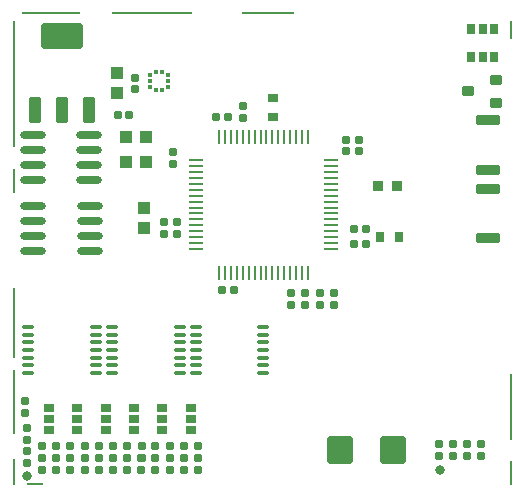
<source format=gtp>
G04*
G04 #@! TF.GenerationSoftware,Altium Limited,Altium Designer,23.4.1 (23)*
G04*
G04 Layer_Color=8421504*
%FSLAX25Y25*%
%MOIN*%
G70*
G04*
G04 #@! TF.SameCoordinates,86F2D4E2-0459-4DBF-9641-04F5417CCA88*
G04*
G04*
G04 #@! TF.FilePolarity,Positive*
G04*
G01*
G75*
G04:AMPARAMS|DCode=19|XSize=27.56mil|YSize=23.62mil|CornerRadius=2.36mil|HoleSize=0mil|Usage=FLASHONLY|Rotation=0.000|XOffset=0mil|YOffset=0mil|HoleType=Round|Shape=RoundedRectangle|*
%AMROUNDEDRECTD19*
21,1,0.02756,0.01890,0,0,0.0*
21,1,0.02284,0.02362,0,0,0.0*
1,1,0.00472,0.01142,-0.00945*
1,1,0.00472,-0.01142,-0.00945*
1,1,0.00472,-0.01142,0.00945*
1,1,0.00472,0.01142,0.00945*
%
%ADD19ROUNDEDRECTD19*%
%ADD20R,0.04331X0.03937*%
G04:AMPARAMS|DCode=21|XSize=27.56mil|YSize=36.22mil|CornerRadius=2.76mil|HoleSize=0mil|Usage=FLASHONLY|Rotation=0.000|XOffset=0mil|YOffset=0mil|HoleType=Round|Shape=RoundedRectangle|*
%AMROUNDEDRECTD21*
21,1,0.02756,0.03071,0,0,0.0*
21,1,0.02205,0.03622,0,0,0.0*
1,1,0.00551,0.01102,-0.01535*
1,1,0.00551,-0.01102,-0.01535*
1,1,0.00551,-0.01102,0.01535*
1,1,0.00551,0.01102,0.01535*
%
%ADD21ROUNDEDRECTD21*%
G04:AMPARAMS|DCode=22|XSize=27.56mil|YSize=23.62mil|CornerRadius=2.36mil|HoleSize=0mil|Usage=FLASHONLY|Rotation=90.000|XOffset=0mil|YOffset=0mil|HoleType=Round|Shape=RoundedRectangle|*
%AMROUNDEDRECTD22*
21,1,0.02756,0.01890,0,0,90.0*
21,1,0.02284,0.02362,0,0,90.0*
1,1,0.00472,0.00945,0.01142*
1,1,0.00472,0.00945,-0.01142*
1,1,0.00472,-0.00945,-0.01142*
1,1,0.00472,-0.00945,0.01142*
%
%ADD22ROUNDEDRECTD22*%
%ADD23O,0.04724X0.00984*%
%ADD24O,0.00984X0.04724*%
G04:AMPARAMS|DCode=25|XSize=33.47mil|YSize=33.47mil|CornerRadius=3.35mil|HoleSize=0mil|Usage=FLASHONLY|Rotation=0.000|XOffset=0mil|YOffset=0mil|HoleType=Round|Shape=RoundedRectangle|*
%AMROUNDEDRECTD25*
21,1,0.03347,0.02677,0,0,0.0*
21,1,0.02677,0.03347,0,0,0.0*
1,1,0.00669,0.01339,-0.01339*
1,1,0.00669,-0.01339,-0.01339*
1,1,0.00669,-0.01339,0.01339*
1,1,0.00669,0.01339,0.01339*
%
%ADD25ROUNDEDRECTD25*%
G04:AMPARAMS|DCode=26|XSize=27.56mil|YSize=36.22mil|CornerRadius=2.76mil|HoleSize=0mil|Usage=FLASHONLY|Rotation=90.000|XOffset=0mil|YOffset=0mil|HoleType=Round|Shape=RoundedRectangle|*
%AMROUNDEDRECTD26*
21,1,0.02756,0.03071,0,0,90.0*
21,1,0.02205,0.03622,0,0,90.0*
1,1,0.00551,0.01535,0.01102*
1,1,0.00551,0.01535,-0.01102*
1,1,0.00551,-0.01535,-0.01102*
1,1,0.00551,-0.01535,0.01102*
%
%ADD26ROUNDEDRECTD26*%
%ADD27O,0.08661X0.02362*%
%ADD28R,0.00787X0.21260*%
%ADD29R,0.00787X0.09055*%
%ADD30R,0.00787X0.23622*%
%ADD31R,0.00787X0.07874*%
%ADD32R,0.00787X0.08268*%
%ADD33R,0.00787X0.42126*%
%ADD34R,0.19685X0.00787*%
%ADD35R,0.26772X0.00787*%
%ADD36R,0.17717X0.00787*%
%ADD37R,0.00787X0.22441*%
%ADD38R,0.00787X0.06299*%
%ADD39R,0.05512X0.00787*%
G04:AMPARAMS|DCode=40|XSize=35.43mil|YSize=37.4mil|CornerRadius=3.54mil|HoleSize=0mil|Usage=FLASHONLY|Rotation=90.000|XOffset=0mil|YOffset=0mil|HoleType=Round|Shape=RoundedRectangle|*
%AMROUNDEDRECTD40*
21,1,0.03543,0.03032,0,0,90.0*
21,1,0.02835,0.03740,0,0,90.0*
1,1,0.00709,0.01516,0.01417*
1,1,0.00709,0.01516,-0.01417*
1,1,0.00709,-0.01516,-0.01417*
1,1,0.00709,-0.01516,0.01417*
%
%ADD40ROUNDEDRECTD40*%
G04:AMPARAMS|DCode=41|XSize=35.43mil|YSize=37.4mil|CornerRadius=3.54mil|HoleSize=0mil|Usage=FLASHONLY|Rotation=90.000|XOffset=0mil|YOffset=0mil|HoleType=Round|Shape=RoundedRectangle|*
%AMROUNDEDRECTD41*
21,1,0.03543,0.03032,0,0,90.0*
21,1,0.02835,0.03740,0,0,90.0*
1,1,0.00709,0.01516,0.01417*
1,1,0.00709,0.01516,-0.01417*
1,1,0.00709,-0.01516,-0.01417*
1,1,0.00709,-0.01516,0.01417*
%
%ADD41ROUNDEDRECTD41*%
G04:AMPARAMS|DCode=42|XSize=43.31mil|YSize=84.65mil|CornerRadius=4.33mil|HoleSize=0mil|Usage=FLASHONLY|Rotation=0.000|XOffset=0mil|YOffset=0mil|HoleType=Round|Shape=RoundedRectangle|*
%AMROUNDEDRECTD42*
21,1,0.04331,0.07598,0,0,0.0*
21,1,0.03465,0.08465,0,0,0.0*
1,1,0.00866,0.01732,-0.03799*
1,1,0.00866,-0.01732,-0.03799*
1,1,0.00866,-0.01732,0.03799*
1,1,0.00866,0.01732,0.03799*
%
%ADD42ROUNDEDRECTD42*%
G04:AMPARAMS|DCode=43|XSize=43.31mil|YSize=84.65mil|CornerRadius=4.33mil|HoleSize=0mil|Usage=FLASHONLY|Rotation=0.000|XOffset=0mil|YOffset=0mil|HoleType=Round|Shape=RoundedRectangle|*
%AMROUNDEDRECTD43*
21,1,0.04331,0.07599,0,0,0.0*
21,1,0.03465,0.08465,0,0,0.0*
1,1,0.00866,0.01732,-0.03799*
1,1,0.00866,-0.01732,-0.03799*
1,1,0.00866,-0.01732,0.03799*
1,1,0.00866,0.01732,0.03799*
%
%ADD43ROUNDEDRECTD43*%
G04:AMPARAMS|DCode=44|XSize=137.8mil|YSize=84.65mil|CornerRadius=8.47mil|HoleSize=0mil|Usage=FLASHONLY|Rotation=0.000|XOffset=0mil|YOffset=0mil|HoleType=Round|Shape=RoundedRectangle|*
%AMROUNDEDRECTD44*
21,1,0.13780,0.06772,0,0,0.0*
21,1,0.12087,0.08465,0,0,0.0*
1,1,0.01693,0.06043,-0.03386*
1,1,0.01693,-0.06043,-0.03386*
1,1,0.01693,-0.06043,0.03386*
1,1,0.01693,0.06043,0.03386*
%
%ADD44ROUNDEDRECTD44*%
G04:AMPARAMS|DCode=45|XSize=39.37mil|YSize=43.31mil|CornerRadius=3.94mil|HoleSize=0mil|Usage=FLASHONLY|Rotation=0.000|XOffset=0mil|YOffset=0mil|HoleType=Round|Shape=RoundedRectangle|*
%AMROUNDEDRECTD45*
21,1,0.03937,0.03543,0,0,0.0*
21,1,0.03150,0.04331,0,0,0.0*
1,1,0.00787,0.01575,-0.01772*
1,1,0.00787,-0.01575,-0.01772*
1,1,0.00787,-0.01575,0.01772*
1,1,0.00787,0.01575,0.01772*
%
%ADD45ROUNDEDRECTD45*%
G04:AMPARAMS|DCode=46|XSize=23.62mil|YSize=35.43mil|CornerRadius=2.36mil|HoleSize=0mil|Usage=FLASHONLY|Rotation=180.000|XOffset=0mil|YOffset=0mil|HoleType=Round|Shape=RoundedRectangle|*
%AMROUNDEDRECTD46*
21,1,0.02362,0.03071,0,0,180.0*
21,1,0.01890,0.03543,0,0,180.0*
1,1,0.00472,-0.00945,0.01535*
1,1,0.00472,0.00945,0.01535*
1,1,0.00472,0.00945,-0.01535*
1,1,0.00472,-0.00945,-0.01535*
%
%ADD46ROUNDEDRECTD46*%
G04:AMPARAMS|DCode=47|XSize=23.62mil|YSize=35.43mil|CornerRadius=2.36mil|HoleSize=0mil|Usage=FLASHONLY|Rotation=270.000|XOffset=0mil|YOffset=0mil|HoleType=Round|Shape=RoundedRectangle|*
%AMROUNDEDRECTD47*
21,1,0.02362,0.03071,0,0,270.0*
21,1,0.01890,0.03543,0,0,270.0*
1,1,0.00472,-0.01535,-0.00945*
1,1,0.00472,-0.01535,0.00945*
1,1,0.00472,0.01535,0.00945*
1,1,0.00472,0.01535,-0.00945*
%
%ADD47ROUNDEDRECTD47*%
G04:AMPARAMS|DCode=48|XSize=86.61mil|YSize=90.55mil|CornerRadius=8.66mil|HoleSize=0mil|Usage=FLASHONLY|Rotation=180.000|XOffset=0mil|YOffset=0mil|HoleType=Round|Shape=RoundedRectangle|*
%AMROUNDEDRECTD48*
21,1,0.08661,0.07323,0,0,180.0*
21,1,0.06929,0.09055,0,0,180.0*
1,1,0.01732,-0.03465,0.03661*
1,1,0.01732,0.03465,0.03661*
1,1,0.01732,0.03465,-0.03661*
1,1,0.01732,-0.03465,-0.03661*
%
%ADD48ROUNDEDRECTD48*%
%ADD49C,0.03150*%
G04:AMPARAMS|DCode=50|XSize=31.5mil|YSize=78.74mil|CornerRadius=3.15mil|HoleSize=0mil|Usage=FLASHONLY|Rotation=90.000|XOffset=0mil|YOffset=0mil|HoleType=Round|Shape=RoundedRectangle|*
%AMROUNDEDRECTD50*
21,1,0.03150,0.07244,0,0,90.0*
21,1,0.02520,0.07874,0,0,90.0*
1,1,0.00630,0.03622,0.01260*
1,1,0.00630,0.03622,-0.01260*
1,1,0.00630,-0.03622,-0.01260*
1,1,0.00630,-0.03622,0.01260*
%
%ADD50ROUNDEDRECTD50*%
%ADD51O,0.04331X0.01181*%
%ADD52R,0.01476X0.01378*%
%ADD53R,0.01378X0.01476*%
G04:AMPARAMS|DCode=54|XSize=39.37mil|YSize=43.31mil|CornerRadius=3.94mil|HoleSize=0mil|Usage=FLASHONLY|Rotation=270.000|XOffset=0mil|YOffset=0mil|HoleType=Round|Shape=RoundedRectangle|*
%AMROUNDEDRECTD54*
21,1,0.03937,0.03543,0,0,270.0*
21,1,0.03150,0.04331,0,0,270.0*
1,1,0.00787,-0.01772,-0.01575*
1,1,0.00787,-0.01772,0.01575*
1,1,0.00787,0.01772,0.01575*
1,1,0.00787,0.01772,-0.01575*
%
%ADD54ROUNDEDRECTD54*%
D19*
X50394Y87795D02*
D03*
Y83858D02*
D03*
X4724Y11417D02*
D03*
Y7480D02*
D03*
X151575Y13780D02*
D03*
Y9843D02*
D03*
X142323Y9883D02*
D03*
Y13820D02*
D03*
X146850D02*
D03*
Y9883D02*
D03*
X53445Y107087D02*
D03*
Y111024D02*
D03*
X107139Y60039D02*
D03*
Y63976D02*
D03*
X54921Y83858D02*
D03*
Y87795D02*
D03*
X102362Y60039D02*
D03*
Y63976D02*
D03*
X97638D02*
D03*
Y60039D02*
D03*
X92913Y63976D02*
D03*
Y60039D02*
D03*
X76772Y122500D02*
D03*
Y126437D02*
D03*
X111221Y115157D02*
D03*
Y111221D02*
D03*
X115551D02*
D03*
Y115157D02*
D03*
X47638Y9055D02*
D03*
Y5118D02*
D03*
X61811Y9055D02*
D03*
X61811Y5118D02*
D03*
X156102Y13780D02*
D03*
Y9843D02*
D03*
X4331Y28150D02*
D03*
Y24213D02*
D03*
X9843Y9055D02*
D03*
Y12992D02*
D03*
X14567Y9055D02*
D03*
Y12992D02*
D03*
X19291Y9055D02*
D03*
Y12992D02*
D03*
X24016Y9055D02*
D03*
Y12992D02*
D03*
X9843Y9055D02*
D03*
Y5118D02*
D03*
X14567Y9055D02*
D03*
Y5118D02*
D03*
X19291Y9055D02*
D03*
Y5118D02*
D03*
X24016Y9055D02*
D03*
Y5118D02*
D03*
X28740Y9055D02*
D03*
Y12992D02*
D03*
X33465Y9055D02*
D03*
Y12992D02*
D03*
X38189Y9055D02*
D03*
X38189Y12992D02*
D03*
X43031Y9055D02*
D03*
Y12992D02*
D03*
X28740Y9055D02*
D03*
Y5118D02*
D03*
X33465Y9055D02*
D03*
Y5118D02*
D03*
X38189Y9055D02*
D03*
X38189Y5118D02*
D03*
X42913Y9055D02*
D03*
Y5118D02*
D03*
X47638Y9055D02*
D03*
Y12992D02*
D03*
X52362Y9055D02*
D03*
Y12992D02*
D03*
X57087Y9055D02*
D03*
Y12992D02*
D03*
X61811Y9055D02*
D03*
Y12992D02*
D03*
X52362Y9055D02*
D03*
X52362Y5118D02*
D03*
X57087Y9055D02*
D03*
Y5118D02*
D03*
X4724Y19094D02*
D03*
Y15157D02*
D03*
X40945Y131890D02*
D03*
Y135827D02*
D03*
D20*
X43898Y85630D02*
D03*
Y92323D02*
D03*
D21*
X122441Y82677D02*
D03*
X128740D02*
D03*
D22*
X69882Y64961D02*
D03*
X73819D02*
D03*
X71850Y122835D02*
D03*
X67913D02*
D03*
X117913Y80315D02*
D03*
X113976D02*
D03*
X117913Y85433D02*
D03*
X113976D02*
D03*
X35039Y123228D02*
D03*
X38976D02*
D03*
D23*
X61024Y108268D02*
D03*
Y106299D02*
D03*
Y104331D02*
D03*
Y102362D02*
D03*
Y100394D02*
D03*
Y98425D02*
D03*
Y96457D02*
D03*
Y94488D02*
D03*
Y92520D02*
D03*
Y90551D02*
D03*
Y88583D02*
D03*
Y86614D02*
D03*
Y84646D02*
D03*
Y82677D02*
D03*
Y80709D02*
D03*
Y78740D02*
D03*
X106299D02*
D03*
Y80709D02*
D03*
Y82677D02*
D03*
Y84646D02*
D03*
Y86614D02*
D03*
Y88583D02*
D03*
Y90551D02*
D03*
Y92520D02*
D03*
Y94488D02*
D03*
Y96457D02*
D03*
Y98425D02*
D03*
Y100394D02*
D03*
Y102362D02*
D03*
Y104331D02*
D03*
Y106299D02*
D03*
Y108268D02*
D03*
D24*
X68898Y70866D02*
D03*
X70866D02*
D03*
X72835D02*
D03*
X74803D02*
D03*
X76772D02*
D03*
X78740D02*
D03*
X80709D02*
D03*
X82677D02*
D03*
X84646D02*
D03*
X86614D02*
D03*
X88583D02*
D03*
X90551D02*
D03*
X92520D02*
D03*
X94488D02*
D03*
X96457D02*
D03*
X98425D02*
D03*
Y116142D02*
D03*
X96457D02*
D03*
X94488D02*
D03*
X92520D02*
D03*
X90551D02*
D03*
X88583D02*
D03*
X86614D02*
D03*
X84646D02*
D03*
X82677D02*
D03*
X80709D02*
D03*
X78740D02*
D03*
X76772D02*
D03*
X74803D02*
D03*
X72835D02*
D03*
X70866D02*
D03*
X68898D02*
D03*
D25*
X121850Y99606D02*
D03*
X128071D02*
D03*
D26*
X86811Y129134D02*
D03*
Y122835D02*
D03*
D27*
X25788Y77933D02*
D03*
Y82933D02*
D03*
Y87933D02*
D03*
Y92933D02*
D03*
X6890Y77933D02*
D03*
Y82933D02*
D03*
Y87933D02*
D03*
Y92933D02*
D03*
X6693Y116557D02*
D03*
X6693Y111557D02*
D03*
X6693Y106557D02*
D03*
Y101557D02*
D03*
X25591Y116557D02*
D03*
X25591Y111557D02*
D03*
X25591Y106557D02*
D03*
Y101557D02*
D03*
D28*
X394Y27559D02*
D03*
D29*
X394Y4528D02*
D03*
D30*
X394Y53937D02*
D03*
D31*
X166142Y3937D02*
D03*
D32*
X394Y101378D02*
D03*
D33*
Y133661D02*
D03*
D34*
X12992Y157480D02*
D03*
D35*
X46457D02*
D03*
D36*
X85236D02*
D03*
D37*
X166142Y26181D02*
D03*
D38*
Y151575D02*
D03*
D39*
X7480Y394D02*
D03*
D40*
X161030Y127512D02*
D03*
X151778Y131252D02*
D03*
D41*
X161030Y134992D02*
D03*
D42*
X7480Y125197D02*
D03*
X25591D02*
D03*
D43*
X16535D02*
D03*
D44*
X16535Y149606D02*
D03*
D45*
X37795Y115945D02*
D03*
X44488Y115945D02*
D03*
X37795Y107677D02*
D03*
X44488D02*
D03*
D46*
X160431Y152139D02*
D03*
X156691D02*
D03*
X152950D02*
D03*
Y142690D02*
D03*
X156691D02*
D03*
X160431D02*
D03*
D47*
X59449Y25787D02*
D03*
Y22047D02*
D03*
Y18307D02*
D03*
X50000Y18307D02*
D03*
Y22047D02*
D03*
X50000Y25787D02*
D03*
X21654D02*
D03*
X21654Y22047D02*
D03*
Y18307D02*
D03*
X12205D02*
D03*
Y22047D02*
D03*
X12205Y25787D02*
D03*
X40551Y25787D02*
D03*
Y22047D02*
D03*
Y18307D02*
D03*
X31102Y18307D02*
D03*
Y22047D02*
D03*
Y25787D02*
D03*
D48*
X126969Y11811D02*
D03*
X109252D02*
D03*
D49*
X142402Y5118D02*
D03*
X4724Y3150D02*
D03*
D50*
X158661Y121653D02*
D03*
Y105118D02*
D03*
Y82284D02*
D03*
Y98819D02*
D03*
D51*
X55709Y37402D02*
D03*
Y39961D02*
D03*
Y42520D02*
D03*
Y45079D02*
D03*
Y47638D02*
D03*
Y50197D02*
D03*
Y52756D02*
D03*
X33268Y37402D02*
D03*
Y39961D02*
D03*
Y42520D02*
D03*
Y45079D02*
D03*
Y47638D02*
D03*
Y50197D02*
D03*
Y52756D02*
D03*
X27756Y37402D02*
D03*
Y39961D02*
D03*
Y42520D02*
D03*
Y45079D02*
D03*
Y47638D02*
D03*
Y50197D02*
D03*
Y52756D02*
D03*
X5315Y37402D02*
D03*
Y39961D02*
D03*
Y42520D02*
D03*
Y45079D02*
D03*
Y47638D02*
D03*
Y50197D02*
D03*
Y52756D02*
D03*
X83661Y37402D02*
D03*
Y39961D02*
D03*
Y42520D02*
D03*
Y45079D02*
D03*
Y47638D02*
D03*
Y50197D02*
D03*
Y52756D02*
D03*
X61221Y37402D02*
D03*
Y39961D02*
D03*
Y42520D02*
D03*
Y45079D02*
D03*
Y47638D02*
D03*
Y50197D02*
D03*
Y52756D02*
D03*
D52*
X45817Y132677D02*
D03*
Y134646D02*
D03*
Y136614D02*
D03*
X51821D02*
D03*
Y134646D02*
D03*
Y132677D02*
D03*
D53*
X47835Y137648D02*
D03*
X49803D02*
D03*
Y131644D02*
D03*
X47835D02*
D03*
D54*
X34941Y130709D02*
D03*
Y137402D02*
D03*
M02*

</source>
